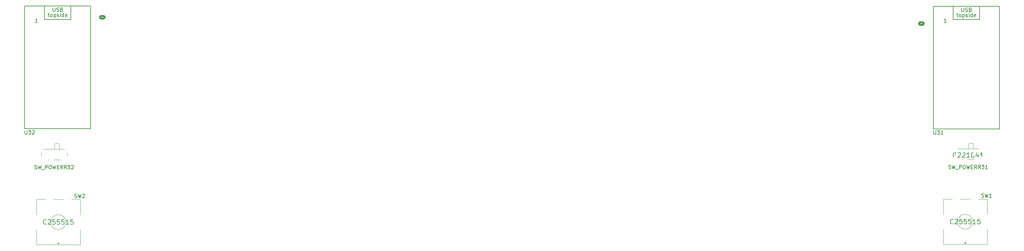
<source format=gbr>
%TF.GenerationSoftware,KiCad,Pcbnew,8.0.5*%
%TF.CreationDate,2024-10-07T12:12:51+02:00*%
%TF.ProjectId,chastity,63686173-7469-4747-992e-6b696361645f,rev?*%
%TF.SameCoordinates,Original*%
%TF.FileFunction,Legend,Top*%
%TF.FilePolarity,Positive*%
%FSLAX46Y46*%
G04 Gerber Fmt 4.6, Leading zero omitted, Abs format (unit mm)*
G04 Created by KiCad (PCBNEW 8.0.5) date 2024-10-07 12:12:51*
%MOMM*%
%LPD*%
G01*
G04 APERTURE LIST*
G04 Aperture macros list*
%AMRoundRect*
0 Rectangle with rounded corners*
0 $1 Rounding radius*
0 $2 $3 $4 $5 $6 $7 $8 $9 X,Y pos of 4 corners*
0 Add a 4 corners polygon primitive as box body*
4,1,4,$2,$3,$4,$5,$6,$7,$8,$9,$2,$3,0*
0 Add four circle primitives for the rounded corners*
1,1,$1+$1,$2,$3*
1,1,$1+$1,$4,$5*
1,1,$1+$1,$6,$7*
1,1,$1+$1,$8,$9*
0 Add four rect primitives between the rounded corners*
20,1,$1+$1,$2,$3,$4,$5,0*
20,1,$1+$1,$4,$5,$6,$7,0*
20,1,$1+$1,$6,$7,$8,$9,0*
20,1,$1+$1,$8,$9,$2,$3,0*%
G04 Aperture macros list end*
%ADD10C,0.150000*%
%ADD11C,0.120000*%
%ADD12R,1.000000X0.800000*%
%ADD13C,0.900000*%
%ADD14R,0.700000X1.500000*%
%ADD15C,1.700000*%
%ADD16C,3.400000*%
%ADD17O,1.750000X1.200000*%
%ADD18RoundRect,0.250000X0.625000X-0.350000X0.625000X0.350000X-0.625000X0.350000X-0.625000X-0.350000X0*%
%ADD19RoundRect,0.250000X-0.625000X0.350000X-0.625000X-0.350000X0.625000X-0.350000X0.625000X0.350000X0*%
%ADD20C,0.800000*%
G04 APERTURE END LIST*
D10*
X3061669Y83420799D02*
X3204526Y83373180D01*
X3204526Y83373180D02*
X3442621Y83373180D01*
X3442621Y83373180D02*
X3537859Y83420799D01*
X3537859Y83420799D02*
X3585478Y83468419D01*
X3585478Y83468419D02*
X3633097Y83563657D01*
X3633097Y83563657D02*
X3633097Y83658895D01*
X3633097Y83658895D02*
X3585478Y83754133D01*
X3585478Y83754133D02*
X3537859Y83801752D01*
X3537859Y83801752D02*
X3442621Y83849371D01*
X3442621Y83849371D02*
X3252145Y83896990D01*
X3252145Y83896990D02*
X3156907Y83944609D01*
X3156907Y83944609D02*
X3109288Y83992228D01*
X3109288Y83992228D02*
X3061669Y84087466D01*
X3061669Y84087466D02*
X3061669Y84182704D01*
X3061669Y84182704D02*
X3109288Y84277942D01*
X3109288Y84277942D02*
X3156907Y84325561D01*
X3156907Y84325561D02*
X3252145Y84373180D01*
X3252145Y84373180D02*
X3490240Y84373180D01*
X3490240Y84373180D02*
X3633097Y84325561D01*
X3966431Y84373180D02*
X4204526Y83373180D01*
X4204526Y83373180D02*
X4395002Y84087466D01*
X4395002Y84087466D02*
X4585478Y83373180D01*
X4585478Y83373180D02*
X4823574Y84373180D01*
X4966431Y83277942D02*
X5728335Y83277942D01*
X5966431Y83373180D02*
X5966431Y84373180D01*
X5966431Y84373180D02*
X6347383Y84373180D01*
X6347383Y84373180D02*
X6442621Y84325561D01*
X6442621Y84325561D02*
X6490240Y84277942D01*
X6490240Y84277942D02*
X6537859Y84182704D01*
X6537859Y84182704D02*
X6537859Y84039847D01*
X6537859Y84039847D02*
X6490240Y83944609D01*
X6490240Y83944609D02*
X6442621Y83896990D01*
X6442621Y83896990D02*
X6347383Y83849371D01*
X6347383Y83849371D02*
X5966431Y83849371D01*
X7156907Y84373180D02*
X7347383Y84373180D01*
X7347383Y84373180D02*
X7442621Y84325561D01*
X7442621Y84325561D02*
X7537859Y84230323D01*
X7537859Y84230323D02*
X7585478Y84039847D01*
X7585478Y84039847D02*
X7585478Y83706514D01*
X7585478Y83706514D02*
X7537859Y83516038D01*
X7537859Y83516038D02*
X7442621Y83420799D01*
X7442621Y83420799D02*
X7347383Y83373180D01*
X7347383Y83373180D02*
X7156907Y83373180D01*
X7156907Y83373180D02*
X7061669Y83420799D01*
X7061669Y83420799D02*
X6966431Y83516038D01*
X6966431Y83516038D02*
X6918812Y83706514D01*
X6918812Y83706514D02*
X6918812Y84039847D01*
X6918812Y84039847D02*
X6966431Y84230323D01*
X6966431Y84230323D02*
X7061669Y84325561D01*
X7061669Y84325561D02*
X7156907Y84373180D01*
X7918812Y84373180D02*
X8156907Y83373180D01*
X8156907Y83373180D02*
X8347383Y84087466D01*
X8347383Y84087466D02*
X8537859Y83373180D01*
X8537859Y83373180D02*
X8775955Y84373180D01*
X9156907Y83896990D02*
X9490240Y83896990D01*
X9633097Y83373180D02*
X9156907Y83373180D01*
X9156907Y83373180D02*
X9156907Y84373180D01*
X9156907Y84373180D02*
X9633097Y84373180D01*
X10633097Y83373180D02*
X10299764Y83849371D01*
X10061669Y83373180D02*
X10061669Y84373180D01*
X10061669Y84373180D02*
X10442621Y84373180D01*
X10442621Y84373180D02*
X10537859Y84325561D01*
X10537859Y84325561D02*
X10585478Y84277942D01*
X10585478Y84277942D02*
X10633097Y84182704D01*
X10633097Y84182704D02*
X10633097Y84039847D01*
X10633097Y84039847D02*
X10585478Y83944609D01*
X10585478Y83944609D02*
X10537859Y83896990D01*
X10537859Y83896990D02*
X10442621Y83849371D01*
X10442621Y83849371D02*
X10061669Y83849371D01*
X11633097Y83373180D02*
X11299764Y83849371D01*
X11061669Y83373180D02*
X11061669Y84373180D01*
X11061669Y84373180D02*
X11442621Y84373180D01*
X11442621Y84373180D02*
X11537859Y84325561D01*
X11537859Y84325561D02*
X11585478Y84277942D01*
X11585478Y84277942D02*
X11633097Y84182704D01*
X11633097Y84182704D02*
X11633097Y84039847D01*
X11633097Y84039847D02*
X11585478Y83944609D01*
X11585478Y83944609D02*
X11537859Y83896990D01*
X11537859Y83896990D02*
X11442621Y83849371D01*
X11442621Y83849371D02*
X11061669Y83849371D01*
X11966431Y84373180D02*
X12585478Y84373180D01*
X12585478Y84373180D02*
X12252145Y83992228D01*
X12252145Y83992228D02*
X12395002Y83992228D01*
X12395002Y83992228D02*
X12490240Y83944609D01*
X12490240Y83944609D02*
X12537859Y83896990D01*
X12537859Y83896990D02*
X12585478Y83801752D01*
X12585478Y83801752D02*
X12585478Y83563657D01*
X12585478Y83563657D02*
X12537859Y83468419D01*
X12537859Y83468419D02*
X12490240Y83420799D01*
X12490240Y83420799D02*
X12395002Y83373180D01*
X12395002Y83373180D02*
X12109288Y83373180D01*
X12109288Y83373180D02*
X12014050Y83420799D01*
X12014050Y83420799D02*
X11966431Y83468419D01*
X12966431Y84277942D02*
X13014050Y84325561D01*
X13014050Y84325561D02*
X13109288Y84373180D01*
X13109288Y84373180D02*
X13347383Y84373180D01*
X13347383Y84373180D02*
X13442621Y84325561D01*
X13442621Y84325561D02*
X13490240Y84277942D01*
X13490240Y84277942D02*
X13537859Y84182704D01*
X13537859Y84182704D02*
X13537859Y84087466D01*
X13537859Y84087466D02*
X13490240Y83944609D01*
X13490240Y83944609D02*
X12918812Y83373180D01*
X12918812Y83373180D02*
X13537859Y83373180D01*
X248898720Y83480355D02*
X249041577Y83432736D01*
X249041577Y83432736D02*
X249279672Y83432736D01*
X249279672Y83432736D02*
X249374910Y83480355D01*
X249374910Y83480355D02*
X249422529Y83527975D01*
X249422529Y83527975D02*
X249470148Y83623213D01*
X249470148Y83623213D02*
X249470148Y83718451D01*
X249470148Y83718451D02*
X249422529Y83813689D01*
X249422529Y83813689D02*
X249374910Y83861308D01*
X249374910Y83861308D02*
X249279672Y83908927D01*
X249279672Y83908927D02*
X249089196Y83956546D01*
X249089196Y83956546D02*
X248993958Y84004165D01*
X248993958Y84004165D02*
X248946339Y84051784D01*
X248946339Y84051784D02*
X248898720Y84147022D01*
X248898720Y84147022D02*
X248898720Y84242260D01*
X248898720Y84242260D02*
X248946339Y84337498D01*
X248946339Y84337498D02*
X248993958Y84385117D01*
X248993958Y84385117D02*
X249089196Y84432736D01*
X249089196Y84432736D02*
X249327291Y84432736D01*
X249327291Y84432736D02*
X249470148Y84385117D01*
X249803482Y84432736D02*
X250041577Y83432736D01*
X250041577Y83432736D02*
X250232053Y84147022D01*
X250232053Y84147022D02*
X250422529Y83432736D01*
X250422529Y83432736D02*
X250660625Y84432736D01*
X250803482Y83337498D02*
X251565386Y83337498D01*
X251803482Y83432736D02*
X251803482Y84432736D01*
X251803482Y84432736D02*
X252184434Y84432736D01*
X252184434Y84432736D02*
X252279672Y84385117D01*
X252279672Y84385117D02*
X252327291Y84337498D01*
X252327291Y84337498D02*
X252374910Y84242260D01*
X252374910Y84242260D02*
X252374910Y84099403D01*
X252374910Y84099403D02*
X252327291Y84004165D01*
X252327291Y84004165D02*
X252279672Y83956546D01*
X252279672Y83956546D02*
X252184434Y83908927D01*
X252184434Y83908927D02*
X251803482Y83908927D01*
X252993958Y84432736D02*
X253184434Y84432736D01*
X253184434Y84432736D02*
X253279672Y84385117D01*
X253279672Y84385117D02*
X253374910Y84289879D01*
X253374910Y84289879D02*
X253422529Y84099403D01*
X253422529Y84099403D02*
X253422529Y83766070D01*
X253422529Y83766070D02*
X253374910Y83575594D01*
X253374910Y83575594D02*
X253279672Y83480355D01*
X253279672Y83480355D02*
X253184434Y83432736D01*
X253184434Y83432736D02*
X252993958Y83432736D01*
X252993958Y83432736D02*
X252898720Y83480355D01*
X252898720Y83480355D02*
X252803482Y83575594D01*
X252803482Y83575594D02*
X252755863Y83766070D01*
X252755863Y83766070D02*
X252755863Y84099403D01*
X252755863Y84099403D02*
X252803482Y84289879D01*
X252803482Y84289879D02*
X252898720Y84385117D01*
X252898720Y84385117D02*
X252993958Y84432736D01*
X253755863Y84432736D02*
X253993958Y83432736D01*
X253993958Y83432736D02*
X254184434Y84147022D01*
X254184434Y84147022D02*
X254374910Y83432736D01*
X254374910Y83432736D02*
X254613006Y84432736D01*
X254993958Y83956546D02*
X255327291Y83956546D01*
X255470148Y83432736D02*
X254993958Y83432736D01*
X254993958Y83432736D02*
X254993958Y84432736D01*
X254993958Y84432736D02*
X255470148Y84432736D01*
X256470148Y83432736D02*
X256136815Y83908927D01*
X255898720Y83432736D02*
X255898720Y84432736D01*
X255898720Y84432736D02*
X256279672Y84432736D01*
X256279672Y84432736D02*
X256374910Y84385117D01*
X256374910Y84385117D02*
X256422529Y84337498D01*
X256422529Y84337498D02*
X256470148Y84242260D01*
X256470148Y84242260D02*
X256470148Y84099403D01*
X256470148Y84099403D02*
X256422529Y84004165D01*
X256422529Y84004165D02*
X256374910Y83956546D01*
X256374910Y83956546D02*
X256279672Y83908927D01*
X256279672Y83908927D02*
X255898720Y83908927D01*
X257470148Y83432736D02*
X257136815Y83908927D01*
X256898720Y83432736D02*
X256898720Y84432736D01*
X256898720Y84432736D02*
X257279672Y84432736D01*
X257279672Y84432736D02*
X257374910Y84385117D01*
X257374910Y84385117D02*
X257422529Y84337498D01*
X257422529Y84337498D02*
X257470148Y84242260D01*
X257470148Y84242260D02*
X257470148Y84099403D01*
X257470148Y84099403D02*
X257422529Y84004165D01*
X257422529Y84004165D02*
X257374910Y83956546D01*
X257374910Y83956546D02*
X257279672Y83908927D01*
X257279672Y83908927D02*
X256898720Y83908927D01*
X257803482Y84432736D02*
X258422529Y84432736D01*
X258422529Y84432736D02*
X258089196Y84051784D01*
X258089196Y84051784D02*
X258232053Y84051784D01*
X258232053Y84051784D02*
X258327291Y84004165D01*
X258327291Y84004165D02*
X258374910Y83956546D01*
X258374910Y83956546D02*
X258422529Y83861308D01*
X258422529Y83861308D02*
X258422529Y83623213D01*
X258422529Y83623213D02*
X258374910Y83527975D01*
X258374910Y83527975D02*
X258327291Y83480355D01*
X258327291Y83480355D02*
X258232053Y83432736D01*
X258232053Y83432736D02*
X257946339Y83432736D01*
X257946339Y83432736D02*
X257851101Y83480355D01*
X257851101Y83480355D02*
X257803482Y83527975D01*
X259374910Y83432736D02*
X258803482Y83432736D01*
X259089196Y83432736D02*
X259089196Y84432736D01*
X259089196Y84432736D02*
X258993958Y84289879D01*
X258993958Y84289879D02*
X258898720Y84194641D01*
X258898720Y84194641D02*
X258803482Y84147022D01*
X250901338Y86628782D02*
X250840862Y86568305D01*
X250840862Y86568305D02*
X250659433Y86507829D01*
X250659433Y86507829D02*
X250538481Y86507829D01*
X250538481Y86507829D02*
X250357052Y86568305D01*
X250357052Y86568305D02*
X250236100Y86689258D01*
X250236100Y86689258D02*
X250175623Y86810210D01*
X250175623Y86810210D02*
X250115147Y87052115D01*
X250115147Y87052115D02*
X250115147Y87233544D01*
X250115147Y87233544D02*
X250175623Y87475448D01*
X250175623Y87475448D02*
X250236100Y87596401D01*
X250236100Y87596401D02*
X250357052Y87717353D01*
X250357052Y87717353D02*
X250538481Y87777829D01*
X250538481Y87777829D02*
X250659433Y87777829D01*
X250659433Y87777829D02*
X250840862Y87717353D01*
X250840862Y87717353D02*
X250901338Y87656877D01*
X251385147Y87656877D02*
X251445623Y87717353D01*
X251445623Y87717353D02*
X251566576Y87777829D01*
X251566576Y87777829D02*
X251868957Y87777829D01*
X251868957Y87777829D02*
X251989909Y87717353D01*
X251989909Y87717353D02*
X252050385Y87656877D01*
X252050385Y87656877D02*
X252110862Y87535925D01*
X252110862Y87535925D02*
X252110862Y87414972D01*
X252110862Y87414972D02*
X252050385Y87233544D01*
X252050385Y87233544D02*
X251324671Y86507829D01*
X251324671Y86507829D02*
X252110862Y86507829D01*
X252594671Y87656877D02*
X252655147Y87717353D01*
X252655147Y87717353D02*
X252776100Y87777829D01*
X252776100Y87777829D02*
X253078481Y87777829D01*
X253078481Y87777829D02*
X253199433Y87717353D01*
X253199433Y87717353D02*
X253259909Y87656877D01*
X253259909Y87656877D02*
X253320386Y87535925D01*
X253320386Y87535925D02*
X253320386Y87414972D01*
X253320386Y87414972D02*
X253259909Y87233544D01*
X253259909Y87233544D02*
X252534195Y86507829D01*
X252534195Y86507829D02*
X253320386Y86507829D01*
X254529910Y86507829D02*
X253804195Y86507829D01*
X254167052Y86507829D02*
X254167052Y87777829D01*
X254167052Y87777829D02*
X254046100Y87596401D01*
X254046100Y87596401D02*
X253925148Y87475448D01*
X253925148Y87475448D02*
X253804195Y87414972D01*
X255255624Y87233544D02*
X255134672Y87294020D01*
X255134672Y87294020D02*
X255074195Y87354496D01*
X255074195Y87354496D02*
X255013719Y87475448D01*
X255013719Y87475448D02*
X255013719Y87535925D01*
X255013719Y87535925D02*
X255074195Y87656877D01*
X255074195Y87656877D02*
X255134672Y87717353D01*
X255134672Y87717353D02*
X255255624Y87777829D01*
X255255624Y87777829D02*
X255497529Y87777829D01*
X255497529Y87777829D02*
X255618481Y87717353D01*
X255618481Y87717353D02*
X255678957Y87656877D01*
X255678957Y87656877D02*
X255739434Y87535925D01*
X255739434Y87535925D02*
X255739434Y87475448D01*
X255739434Y87475448D02*
X255678957Y87354496D01*
X255678957Y87354496D02*
X255618481Y87294020D01*
X255618481Y87294020D02*
X255497529Y87233544D01*
X255497529Y87233544D02*
X255255624Y87233544D01*
X255255624Y87233544D02*
X255134672Y87173067D01*
X255134672Y87173067D02*
X255074195Y87112591D01*
X255074195Y87112591D02*
X255013719Y86991639D01*
X255013719Y86991639D02*
X255013719Y86749734D01*
X255013719Y86749734D02*
X255074195Y86628782D01*
X255074195Y86628782D02*
X255134672Y86568305D01*
X255134672Y86568305D02*
X255255624Y86507829D01*
X255255624Y86507829D02*
X255497529Y86507829D01*
X255497529Y86507829D02*
X255618481Y86568305D01*
X255618481Y86568305D02*
X255678957Y86628782D01*
X255678957Y86628782D02*
X255739434Y86749734D01*
X255739434Y86749734D02*
X255739434Y86991639D01*
X255739434Y86991639D02*
X255678957Y87112591D01*
X255678957Y87112591D02*
X255618481Y87173067D01*
X255618481Y87173067D02*
X255497529Y87233544D01*
X256828005Y87354496D02*
X256828005Y86507829D01*
X256525624Y87838305D02*
X256223243Y86931163D01*
X256223243Y86931163D02*
X257009434Y86931163D01*
X258158482Y86507829D02*
X257432767Y86507829D01*
X257795624Y86507829D02*
X257795624Y87777829D01*
X257795624Y87777829D02*
X257674672Y87596401D01*
X257674672Y87596401D02*
X257553720Y87475448D01*
X257553720Y87475448D02*
X257432767Y87414972D01*
X476543Y93758181D02*
X476543Y92948658D01*
X476543Y92948658D02*
X524162Y92853420D01*
X524162Y92853420D02*
X571781Y92805800D01*
X571781Y92805800D02*
X667019Y92758181D01*
X667019Y92758181D02*
X857495Y92758181D01*
X857495Y92758181D02*
X952733Y92805800D01*
X952733Y92805800D02*
X1000352Y92853420D01*
X1000352Y92853420D02*
X1047971Y92948658D01*
X1047971Y92948658D02*
X1047971Y93758181D01*
X1428924Y93758181D02*
X2047971Y93758181D01*
X2047971Y93758181D02*
X1714638Y93377229D01*
X1714638Y93377229D02*
X1857495Y93377229D01*
X1857495Y93377229D02*
X1952733Y93329610D01*
X1952733Y93329610D02*
X2000352Y93281991D01*
X2000352Y93281991D02*
X2047971Y93186753D01*
X2047971Y93186753D02*
X2047971Y92948658D01*
X2047971Y92948658D02*
X2000352Y92853420D01*
X2000352Y92853420D02*
X1952733Y92805800D01*
X1952733Y92805800D02*
X1857495Y92758181D01*
X1857495Y92758181D02*
X1571781Y92758181D01*
X1571781Y92758181D02*
X1476543Y92805800D01*
X1476543Y92805800D02*
X1428924Y92853420D01*
X2428924Y93662943D02*
X2476543Y93710562D01*
X2476543Y93710562D02*
X2571781Y93758181D01*
X2571781Y93758181D02*
X2809876Y93758181D01*
X2809876Y93758181D02*
X2905114Y93710562D01*
X2905114Y93710562D02*
X2952733Y93662943D01*
X2952733Y93662943D02*
X3000352Y93567705D01*
X3000352Y93567705D02*
X3000352Y93472467D01*
X3000352Y93472467D02*
X2952733Y93329610D01*
X2952733Y93329610D02*
X2381305Y92758181D01*
X2381305Y92758181D02*
X3000352Y92758181D01*
X6660716Y125049848D02*
X7041668Y125049848D01*
X6803573Y125383181D02*
X6803573Y124526039D01*
X6803573Y124526039D02*
X6851192Y124430800D01*
X6851192Y124430800D02*
X6946430Y124383181D01*
X6946430Y124383181D02*
X7041668Y124383181D01*
X7517859Y124383181D02*
X7422621Y124430800D01*
X7422621Y124430800D02*
X7375002Y124478420D01*
X7375002Y124478420D02*
X7327383Y124573658D01*
X7327383Y124573658D02*
X7327383Y124859372D01*
X7327383Y124859372D02*
X7375002Y124954610D01*
X7375002Y124954610D02*
X7422621Y125002229D01*
X7422621Y125002229D02*
X7517859Y125049848D01*
X7517859Y125049848D02*
X7660716Y125049848D01*
X7660716Y125049848D02*
X7755954Y125002229D01*
X7755954Y125002229D02*
X7803573Y124954610D01*
X7803573Y124954610D02*
X7851192Y124859372D01*
X7851192Y124859372D02*
X7851192Y124573658D01*
X7851192Y124573658D02*
X7803573Y124478420D01*
X7803573Y124478420D02*
X7755954Y124430800D01*
X7755954Y124430800D02*
X7660716Y124383181D01*
X7660716Y124383181D02*
X7517859Y124383181D01*
X8279764Y125049848D02*
X8279764Y124049848D01*
X8279764Y125002229D02*
X8375002Y125049848D01*
X8375002Y125049848D02*
X8565478Y125049848D01*
X8565478Y125049848D02*
X8660716Y125002229D01*
X8660716Y125002229D02*
X8708335Y124954610D01*
X8708335Y124954610D02*
X8755954Y124859372D01*
X8755954Y124859372D02*
X8755954Y124573658D01*
X8755954Y124573658D02*
X8708335Y124478420D01*
X8708335Y124478420D02*
X8660716Y124430800D01*
X8660716Y124430800D02*
X8565478Y124383181D01*
X8565478Y124383181D02*
X8375002Y124383181D01*
X8375002Y124383181D02*
X8279764Y124430800D01*
X9136907Y124430800D02*
X9232145Y124383181D01*
X9232145Y124383181D02*
X9422621Y124383181D01*
X9422621Y124383181D02*
X9517859Y124430800D01*
X9517859Y124430800D02*
X9565478Y124526039D01*
X9565478Y124526039D02*
X9565478Y124573658D01*
X9565478Y124573658D02*
X9517859Y124668896D01*
X9517859Y124668896D02*
X9422621Y124716515D01*
X9422621Y124716515D02*
X9279764Y124716515D01*
X9279764Y124716515D02*
X9184526Y124764134D01*
X9184526Y124764134D02*
X9136907Y124859372D01*
X9136907Y124859372D02*
X9136907Y124906991D01*
X9136907Y124906991D02*
X9184526Y125002229D01*
X9184526Y125002229D02*
X9279764Y125049848D01*
X9279764Y125049848D02*
X9422621Y125049848D01*
X9422621Y125049848D02*
X9517859Y125002229D01*
X9994050Y124383181D02*
X9994050Y125049848D01*
X9994050Y125383181D02*
X9946431Y125335562D01*
X9946431Y125335562D02*
X9994050Y125287943D01*
X9994050Y125287943D02*
X10041669Y125335562D01*
X10041669Y125335562D02*
X9994050Y125383181D01*
X9994050Y125383181D02*
X9994050Y125287943D01*
X10898811Y124383181D02*
X10898811Y125383181D01*
X10898811Y124430800D02*
X10803573Y124383181D01*
X10803573Y124383181D02*
X10613097Y124383181D01*
X10613097Y124383181D02*
X10517859Y124430800D01*
X10517859Y124430800D02*
X10470240Y124478420D01*
X10470240Y124478420D02*
X10422621Y124573658D01*
X10422621Y124573658D02*
X10422621Y124859372D01*
X10422621Y124859372D02*
X10470240Y124954610D01*
X10470240Y124954610D02*
X10517859Y125002229D01*
X10517859Y125002229D02*
X10613097Y125049848D01*
X10613097Y125049848D02*
X10803573Y125049848D01*
X10803573Y125049848D02*
X10898811Y125002229D01*
X11755954Y124430800D02*
X11660716Y124383181D01*
X11660716Y124383181D02*
X11470240Y124383181D01*
X11470240Y124383181D02*
X11375002Y124430800D01*
X11375002Y124430800D02*
X11327383Y124526039D01*
X11327383Y124526039D02*
X11327383Y124906991D01*
X11327383Y124906991D02*
X11375002Y125002229D01*
X11375002Y125002229D02*
X11470240Y125049848D01*
X11470240Y125049848D02*
X11660716Y125049848D01*
X11660716Y125049848D02*
X11755954Y125002229D01*
X11755954Y125002229D02*
X11803573Y124906991D01*
X11803573Y124906991D02*
X11803573Y124811753D01*
X11803573Y124811753D02*
X11327383Y124716515D01*
X8017859Y126783181D02*
X8017859Y125973658D01*
X8017859Y125973658D02*
X8065478Y125878420D01*
X8065478Y125878420D02*
X8113097Y125830800D01*
X8113097Y125830800D02*
X8208335Y125783181D01*
X8208335Y125783181D02*
X8398811Y125783181D01*
X8398811Y125783181D02*
X8494049Y125830800D01*
X8494049Y125830800D02*
X8541668Y125878420D01*
X8541668Y125878420D02*
X8589287Y125973658D01*
X8589287Y125973658D02*
X8589287Y126783181D01*
X9017859Y125830800D02*
X9160716Y125783181D01*
X9160716Y125783181D02*
X9398811Y125783181D01*
X9398811Y125783181D02*
X9494049Y125830800D01*
X9494049Y125830800D02*
X9541668Y125878420D01*
X9541668Y125878420D02*
X9589287Y125973658D01*
X9589287Y125973658D02*
X9589287Y126068896D01*
X9589287Y126068896D02*
X9541668Y126164134D01*
X9541668Y126164134D02*
X9494049Y126211753D01*
X9494049Y126211753D02*
X9398811Y126259372D01*
X9398811Y126259372D02*
X9208335Y126306991D01*
X9208335Y126306991D02*
X9113097Y126354610D01*
X9113097Y126354610D02*
X9065478Y126402229D01*
X9065478Y126402229D02*
X9017859Y126497467D01*
X9017859Y126497467D02*
X9017859Y126592705D01*
X9017859Y126592705D02*
X9065478Y126687943D01*
X9065478Y126687943D02*
X9113097Y126735562D01*
X9113097Y126735562D02*
X9208335Y126783181D01*
X9208335Y126783181D02*
X9446430Y126783181D01*
X9446430Y126783181D02*
X9589287Y126735562D01*
X10351192Y126306991D02*
X10494049Y126259372D01*
X10494049Y126259372D02*
X10541668Y126211753D01*
X10541668Y126211753D02*
X10589287Y126116515D01*
X10589287Y126116515D02*
X10589287Y125973658D01*
X10589287Y125973658D02*
X10541668Y125878420D01*
X10541668Y125878420D02*
X10494049Y125830800D01*
X10494049Y125830800D02*
X10398811Y125783181D01*
X10398811Y125783181D02*
X10017859Y125783181D01*
X10017859Y125783181D02*
X10017859Y126783181D01*
X10017859Y126783181D02*
X10351192Y126783181D01*
X10351192Y126783181D02*
X10446430Y126735562D01*
X10446430Y126735562D02*
X10494049Y126687943D01*
X10494049Y126687943D02*
X10541668Y126592705D01*
X10541668Y126592705D02*
X10541668Y126497467D01*
X10541668Y126497467D02*
X10494049Y126402229D01*
X10494049Y126402229D02*
X10446430Y126354610D01*
X10446430Y126354610D02*
X10351192Y126306991D01*
X10351192Y126306991D02*
X10017859Y126306991D01*
X3850478Y122865681D02*
X3279050Y122865681D01*
X3564764Y122865681D02*
X3564764Y123865681D01*
X3564764Y123865681D02*
X3469526Y123722824D01*
X3469526Y123722824D02*
X3374288Y123627586D01*
X3374288Y123627586D02*
X3279050Y123579967D01*
X244893594Y93707736D02*
X244893594Y92898213D01*
X244893594Y92898213D02*
X244941213Y92802975D01*
X244941213Y92802975D02*
X244988832Y92755355D01*
X244988832Y92755355D02*
X245084070Y92707736D01*
X245084070Y92707736D02*
X245274546Y92707736D01*
X245274546Y92707736D02*
X245369784Y92755355D01*
X245369784Y92755355D02*
X245417403Y92802975D01*
X245417403Y92802975D02*
X245465022Y92898213D01*
X245465022Y92898213D02*
X245465022Y93707736D01*
X245845975Y93707736D02*
X246465022Y93707736D01*
X246465022Y93707736D02*
X246131689Y93326784D01*
X246131689Y93326784D02*
X246274546Y93326784D01*
X246274546Y93326784D02*
X246369784Y93279165D01*
X246369784Y93279165D02*
X246417403Y93231546D01*
X246417403Y93231546D02*
X246465022Y93136308D01*
X246465022Y93136308D02*
X246465022Y92898213D01*
X246465022Y92898213D02*
X246417403Y92802975D01*
X246417403Y92802975D02*
X246369784Y92755355D01*
X246369784Y92755355D02*
X246274546Y92707736D01*
X246274546Y92707736D02*
X245988832Y92707736D01*
X245988832Y92707736D02*
X245893594Y92755355D01*
X245893594Y92755355D02*
X245845975Y92802975D01*
X247417403Y92707736D02*
X246845975Y92707736D01*
X247131689Y92707736D02*
X247131689Y93707736D01*
X247131689Y93707736D02*
X247036451Y93564879D01*
X247036451Y93564879D02*
X246941213Y93469641D01*
X246941213Y93469641D02*
X246845975Y93422022D01*
X251077767Y124999403D02*
X251458719Y124999403D01*
X251220624Y125332736D02*
X251220624Y124475594D01*
X251220624Y124475594D02*
X251268243Y124380355D01*
X251268243Y124380355D02*
X251363481Y124332736D01*
X251363481Y124332736D02*
X251458719Y124332736D01*
X251934910Y124332736D02*
X251839672Y124380355D01*
X251839672Y124380355D02*
X251792053Y124427975D01*
X251792053Y124427975D02*
X251744434Y124523213D01*
X251744434Y124523213D02*
X251744434Y124808927D01*
X251744434Y124808927D02*
X251792053Y124904165D01*
X251792053Y124904165D02*
X251839672Y124951784D01*
X251839672Y124951784D02*
X251934910Y124999403D01*
X251934910Y124999403D02*
X252077767Y124999403D01*
X252077767Y124999403D02*
X252173005Y124951784D01*
X252173005Y124951784D02*
X252220624Y124904165D01*
X252220624Y124904165D02*
X252268243Y124808927D01*
X252268243Y124808927D02*
X252268243Y124523213D01*
X252268243Y124523213D02*
X252220624Y124427975D01*
X252220624Y124427975D02*
X252173005Y124380355D01*
X252173005Y124380355D02*
X252077767Y124332736D01*
X252077767Y124332736D02*
X251934910Y124332736D01*
X252696815Y124999403D02*
X252696815Y123999403D01*
X252696815Y124951784D02*
X252792053Y124999403D01*
X252792053Y124999403D02*
X252982529Y124999403D01*
X252982529Y124999403D02*
X253077767Y124951784D01*
X253077767Y124951784D02*
X253125386Y124904165D01*
X253125386Y124904165D02*
X253173005Y124808927D01*
X253173005Y124808927D02*
X253173005Y124523213D01*
X253173005Y124523213D02*
X253125386Y124427975D01*
X253125386Y124427975D02*
X253077767Y124380355D01*
X253077767Y124380355D02*
X252982529Y124332736D01*
X252982529Y124332736D02*
X252792053Y124332736D01*
X252792053Y124332736D02*
X252696815Y124380355D01*
X253553958Y124380355D02*
X253649196Y124332736D01*
X253649196Y124332736D02*
X253839672Y124332736D01*
X253839672Y124332736D02*
X253934910Y124380355D01*
X253934910Y124380355D02*
X253982529Y124475594D01*
X253982529Y124475594D02*
X253982529Y124523213D01*
X253982529Y124523213D02*
X253934910Y124618451D01*
X253934910Y124618451D02*
X253839672Y124666070D01*
X253839672Y124666070D02*
X253696815Y124666070D01*
X253696815Y124666070D02*
X253601577Y124713689D01*
X253601577Y124713689D02*
X253553958Y124808927D01*
X253553958Y124808927D02*
X253553958Y124856546D01*
X253553958Y124856546D02*
X253601577Y124951784D01*
X253601577Y124951784D02*
X253696815Y124999403D01*
X253696815Y124999403D02*
X253839672Y124999403D01*
X253839672Y124999403D02*
X253934910Y124951784D01*
X254411101Y124332736D02*
X254411101Y124999403D01*
X254411101Y125332736D02*
X254363482Y125285117D01*
X254363482Y125285117D02*
X254411101Y125237498D01*
X254411101Y125237498D02*
X254458720Y125285117D01*
X254458720Y125285117D02*
X254411101Y125332736D01*
X254411101Y125332736D02*
X254411101Y125237498D01*
X255315862Y124332736D02*
X255315862Y125332736D01*
X255315862Y124380355D02*
X255220624Y124332736D01*
X255220624Y124332736D02*
X255030148Y124332736D01*
X255030148Y124332736D02*
X254934910Y124380355D01*
X254934910Y124380355D02*
X254887291Y124427975D01*
X254887291Y124427975D02*
X254839672Y124523213D01*
X254839672Y124523213D02*
X254839672Y124808927D01*
X254839672Y124808927D02*
X254887291Y124904165D01*
X254887291Y124904165D02*
X254934910Y124951784D01*
X254934910Y124951784D02*
X255030148Y124999403D01*
X255030148Y124999403D02*
X255220624Y124999403D01*
X255220624Y124999403D02*
X255315862Y124951784D01*
X256173005Y124380355D02*
X256077767Y124332736D01*
X256077767Y124332736D02*
X255887291Y124332736D01*
X255887291Y124332736D02*
X255792053Y124380355D01*
X255792053Y124380355D02*
X255744434Y124475594D01*
X255744434Y124475594D02*
X255744434Y124856546D01*
X255744434Y124856546D02*
X255792053Y124951784D01*
X255792053Y124951784D02*
X255887291Y124999403D01*
X255887291Y124999403D02*
X256077767Y124999403D01*
X256077767Y124999403D02*
X256173005Y124951784D01*
X256173005Y124951784D02*
X256220624Y124856546D01*
X256220624Y124856546D02*
X256220624Y124761308D01*
X256220624Y124761308D02*
X255744434Y124666070D01*
X248267529Y122815236D02*
X247696101Y122815236D01*
X247981815Y122815236D02*
X247981815Y123815236D01*
X247981815Y123815236D02*
X247886577Y123672379D01*
X247886577Y123672379D02*
X247791339Y123577141D01*
X247791339Y123577141D02*
X247696101Y123529522D01*
X252434910Y126732736D02*
X252434910Y125923213D01*
X252434910Y125923213D02*
X252482529Y125827975D01*
X252482529Y125827975D02*
X252530148Y125780355D01*
X252530148Y125780355D02*
X252625386Y125732736D01*
X252625386Y125732736D02*
X252815862Y125732736D01*
X252815862Y125732736D02*
X252911100Y125780355D01*
X252911100Y125780355D02*
X252958719Y125827975D01*
X252958719Y125827975D02*
X253006338Y125923213D01*
X253006338Y125923213D02*
X253006338Y126732736D01*
X253434910Y125780355D02*
X253577767Y125732736D01*
X253577767Y125732736D02*
X253815862Y125732736D01*
X253815862Y125732736D02*
X253911100Y125780355D01*
X253911100Y125780355D02*
X253958719Y125827975D01*
X253958719Y125827975D02*
X254006338Y125923213D01*
X254006338Y125923213D02*
X254006338Y126018451D01*
X254006338Y126018451D02*
X253958719Y126113689D01*
X253958719Y126113689D02*
X253911100Y126161308D01*
X253911100Y126161308D02*
X253815862Y126208927D01*
X253815862Y126208927D02*
X253625386Y126256546D01*
X253625386Y126256546D02*
X253530148Y126304165D01*
X253530148Y126304165D02*
X253482529Y126351784D01*
X253482529Y126351784D02*
X253434910Y126447022D01*
X253434910Y126447022D02*
X253434910Y126542260D01*
X253434910Y126542260D02*
X253482529Y126637498D01*
X253482529Y126637498D02*
X253530148Y126685117D01*
X253530148Y126685117D02*
X253625386Y126732736D01*
X253625386Y126732736D02*
X253863481Y126732736D01*
X253863481Y126732736D02*
X254006338Y126685117D01*
X254768243Y126256546D02*
X254911100Y126208927D01*
X254911100Y126208927D02*
X254958719Y126161308D01*
X254958719Y126161308D02*
X255006338Y126066070D01*
X255006338Y126066070D02*
X255006338Y125923213D01*
X255006338Y125923213D02*
X254958719Y125827975D01*
X254958719Y125827975D02*
X254911100Y125780355D01*
X254911100Y125780355D02*
X254815862Y125732736D01*
X254815862Y125732736D02*
X254434910Y125732736D01*
X254434910Y125732736D02*
X254434910Y126732736D01*
X254434910Y126732736D02*
X254768243Y126732736D01*
X254768243Y126732736D02*
X254863481Y126685117D01*
X254863481Y126685117D02*
X254911100Y126637498D01*
X254911100Y126637498D02*
X254958719Y126542260D01*
X254958719Y126542260D02*
X254958719Y126447022D01*
X254958719Y126447022D02*
X254911100Y126351784D01*
X254911100Y126351784D02*
X254863481Y126304165D01*
X254863481Y126304165D02*
X254768243Y126256546D01*
X254768243Y126256546D02*
X254434910Y126256546D01*
X13856431Y75675800D02*
X13999288Y75628181D01*
X13999288Y75628181D02*
X14237383Y75628181D01*
X14237383Y75628181D02*
X14332621Y75675800D01*
X14332621Y75675800D02*
X14380240Y75723420D01*
X14380240Y75723420D02*
X14427859Y75818658D01*
X14427859Y75818658D02*
X14427859Y75913896D01*
X14427859Y75913896D02*
X14380240Y76009134D01*
X14380240Y76009134D02*
X14332621Y76056753D01*
X14332621Y76056753D02*
X14237383Y76104372D01*
X14237383Y76104372D02*
X14046907Y76151991D01*
X14046907Y76151991D02*
X13951669Y76199610D01*
X13951669Y76199610D02*
X13904050Y76247229D01*
X13904050Y76247229D02*
X13856431Y76342467D01*
X13856431Y76342467D02*
X13856431Y76437705D01*
X13856431Y76437705D02*
X13904050Y76532943D01*
X13904050Y76532943D02*
X13951669Y76580562D01*
X13951669Y76580562D02*
X14046907Y76628181D01*
X14046907Y76628181D02*
X14285002Y76628181D01*
X14285002Y76628181D02*
X14427859Y76580562D01*
X14761193Y76628181D02*
X14999288Y75628181D01*
X14999288Y75628181D02*
X15189764Y76342467D01*
X15189764Y76342467D02*
X15380240Y75628181D01*
X15380240Y75628181D02*
X15618336Y76628181D01*
X15951669Y76532943D02*
X15999288Y76580562D01*
X15999288Y76580562D02*
X16094526Y76628181D01*
X16094526Y76628181D02*
X16332621Y76628181D01*
X16332621Y76628181D02*
X16427859Y76580562D01*
X16427859Y76580562D02*
X16475478Y76532943D01*
X16475478Y76532943D02*
X16523097Y76437705D01*
X16523097Y76437705D02*
X16523097Y76342467D01*
X16523097Y76342467D02*
X16475478Y76199610D01*
X16475478Y76199610D02*
X15904050Y75628181D01*
X15904050Y75628181D02*
X16523097Y75628181D01*
X6204287Y68624227D02*
X6143811Y68563750D01*
X6143811Y68563750D02*
X5962382Y68503274D01*
X5962382Y68503274D02*
X5841430Y68503274D01*
X5841430Y68503274D02*
X5660001Y68563750D01*
X5660001Y68563750D02*
X5539049Y68684703D01*
X5539049Y68684703D02*
X5478572Y68805655D01*
X5478572Y68805655D02*
X5418096Y69047560D01*
X5418096Y69047560D02*
X5418096Y69228989D01*
X5418096Y69228989D02*
X5478572Y69470893D01*
X5478572Y69470893D02*
X5539049Y69591846D01*
X5539049Y69591846D02*
X5660001Y69712798D01*
X5660001Y69712798D02*
X5841430Y69773274D01*
X5841430Y69773274D02*
X5962382Y69773274D01*
X5962382Y69773274D02*
X6143811Y69712798D01*
X6143811Y69712798D02*
X6204287Y69652322D01*
X6688096Y69652322D02*
X6748572Y69712798D01*
X6748572Y69712798D02*
X6869525Y69773274D01*
X6869525Y69773274D02*
X7171906Y69773274D01*
X7171906Y69773274D02*
X7292858Y69712798D01*
X7292858Y69712798D02*
X7353334Y69652322D01*
X7353334Y69652322D02*
X7413811Y69531370D01*
X7413811Y69531370D02*
X7413811Y69410417D01*
X7413811Y69410417D02*
X7353334Y69228989D01*
X7353334Y69228989D02*
X6627620Y68503274D01*
X6627620Y68503274D02*
X7413811Y68503274D01*
X8562858Y69773274D02*
X7958096Y69773274D01*
X7958096Y69773274D02*
X7897620Y69168512D01*
X7897620Y69168512D02*
X7958096Y69228989D01*
X7958096Y69228989D02*
X8079049Y69289465D01*
X8079049Y69289465D02*
X8381430Y69289465D01*
X8381430Y69289465D02*
X8502382Y69228989D01*
X8502382Y69228989D02*
X8562858Y69168512D01*
X8562858Y69168512D02*
X8623335Y69047560D01*
X8623335Y69047560D02*
X8623335Y68745179D01*
X8623335Y68745179D02*
X8562858Y68624227D01*
X8562858Y68624227D02*
X8502382Y68563750D01*
X8502382Y68563750D02*
X8381430Y68503274D01*
X8381430Y68503274D02*
X8079049Y68503274D01*
X8079049Y68503274D02*
X7958096Y68563750D01*
X7958096Y68563750D02*
X7897620Y68624227D01*
X9772382Y69773274D02*
X9167620Y69773274D01*
X9167620Y69773274D02*
X9107144Y69168512D01*
X9107144Y69168512D02*
X9167620Y69228989D01*
X9167620Y69228989D02*
X9288573Y69289465D01*
X9288573Y69289465D02*
X9590954Y69289465D01*
X9590954Y69289465D02*
X9711906Y69228989D01*
X9711906Y69228989D02*
X9772382Y69168512D01*
X9772382Y69168512D02*
X9832859Y69047560D01*
X9832859Y69047560D02*
X9832859Y68745179D01*
X9832859Y68745179D02*
X9772382Y68624227D01*
X9772382Y68624227D02*
X9711906Y68563750D01*
X9711906Y68563750D02*
X9590954Y68503274D01*
X9590954Y68503274D02*
X9288573Y68503274D01*
X9288573Y68503274D02*
X9167620Y68563750D01*
X9167620Y68563750D02*
X9107144Y68624227D01*
X10981906Y69773274D02*
X10377144Y69773274D01*
X10377144Y69773274D02*
X10316668Y69168512D01*
X10316668Y69168512D02*
X10377144Y69228989D01*
X10377144Y69228989D02*
X10498097Y69289465D01*
X10498097Y69289465D02*
X10800478Y69289465D01*
X10800478Y69289465D02*
X10921430Y69228989D01*
X10921430Y69228989D02*
X10981906Y69168512D01*
X10981906Y69168512D02*
X11042383Y69047560D01*
X11042383Y69047560D02*
X11042383Y68745179D01*
X11042383Y68745179D02*
X10981906Y68624227D01*
X10981906Y68624227D02*
X10921430Y68563750D01*
X10921430Y68563750D02*
X10800478Y68503274D01*
X10800478Y68503274D02*
X10498097Y68503274D01*
X10498097Y68503274D02*
X10377144Y68563750D01*
X10377144Y68563750D02*
X10316668Y68624227D01*
X12251907Y68503274D02*
X11526192Y68503274D01*
X11889049Y68503274D02*
X11889049Y69773274D01*
X11889049Y69773274D02*
X11768097Y69591846D01*
X11768097Y69591846D02*
X11647145Y69470893D01*
X11647145Y69470893D02*
X11526192Y69410417D01*
X13400954Y69773274D02*
X12796192Y69773274D01*
X12796192Y69773274D02*
X12735716Y69168512D01*
X12735716Y69168512D02*
X12796192Y69228989D01*
X12796192Y69228989D02*
X12917145Y69289465D01*
X12917145Y69289465D02*
X13219526Y69289465D01*
X13219526Y69289465D02*
X13340478Y69228989D01*
X13340478Y69228989D02*
X13400954Y69168512D01*
X13400954Y69168512D02*
X13461431Y69047560D01*
X13461431Y69047560D02*
X13461431Y68745179D01*
X13461431Y68745179D02*
X13400954Y68624227D01*
X13400954Y68624227D02*
X13340478Y68563750D01*
X13340478Y68563750D02*
X13219526Y68503274D01*
X13219526Y68503274D02*
X12917145Y68503274D01*
X12917145Y68503274D02*
X12796192Y68563750D01*
X12796192Y68563750D02*
X12735716Y68624227D01*
X257783482Y75785355D02*
X257926339Y75737736D01*
X257926339Y75737736D02*
X258164434Y75737736D01*
X258164434Y75737736D02*
X258259672Y75785355D01*
X258259672Y75785355D02*
X258307291Y75832975D01*
X258307291Y75832975D02*
X258354910Y75928213D01*
X258354910Y75928213D02*
X258354910Y76023451D01*
X258354910Y76023451D02*
X258307291Y76118689D01*
X258307291Y76118689D02*
X258259672Y76166308D01*
X258259672Y76166308D02*
X258164434Y76213927D01*
X258164434Y76213927D02*
X257973958Y76261546D01*
X257973958Y76261546D02*
X257878720Y76309165D01*
X257878720Y76309165D02*
X257831101Y76356784D01*
X257831101Y76356784D02*
X257783482Y76452022D01*
X257783482Y76452022D02*
X257783482Y76547260D01*
X257783482Y76547260D02*
X257831101Y76642498D01*
X257831101Y76642498D02*
X257878720Y76690117D01*
X257878720Y76690117D02*
X257973958Y76737736D01*
X257973958Y76737736D02*
X258212053Y76737736D01*
X258212053Y76737736D02*
X258354910Y76690117D01*
X258688244Y76737736D02*
X258926339Y75737736D01*
X258926339Y75737736D02*
X259116815Y76452022D01*
X259116815Y76452022D02*
X259307291Y75737736D01*
X259307291Y75737736D02*
X259545387Y76737736D01*
X260450148Y75737736D02*
X259878720Y75737736D01*
X260164434Y75737736D02*
X260164434Y76737736D01*
X260164434Y76737736D02*
X260069196Y76594879D01*
X260069196Y76594879D02*
X259973958Y76499641D01*
X259973958Y76499641D02*
X259878720Y76452022D01*
X250131338Y68733782D02*
X250070862Y68673305D01*
X250070862Y68673305D02*
X249889433Y68612829D01*
X249889433Y68612829D02*
X249768481Y68612829D01*
X249768481Y68612829D02*
X249587052Y68673305D01*
X249587052Y68673305D02*
X249466100Y68794258D01*
X249466100Y68794258D02*
X249405623Y68915210D01*
X249405623Y68915210D02*
X249345147Y69157115D01*
X249345147Y69157115D02*
X249345147Y69338544D01*
X249345147Y69338544D02*
X249405623Y69580448D01*
X249405623Y69580448D02*
X249466100Y69701401D01*
X249466100Y69701401D02*
X249587052Y69822353D01*
X249587052Y69822353D02*
X249768481Y69882829D01*
X249768481Y69882829D02*
X249889433Y69882829D01*
X249889433Y69882829D02*
X250070862Y69822353D01*
X250070862Y69822353D02*
X250131338Y69761877D01*
X250615147Y69761877D02*
X250675623Y69822353D01*
X250675623Y69822353D02*
X250796576Y69882829D01*
X250796576Y69882829D02*
X251098957Y69882829D01*
X251098957Y69882829D02*
X251219909Y69822353D01*
X251219909Y69822353D02*
X251280385Y69761877D01*
X251280385Y69761877D02*
X251340862Y69640925D01*
X251340862Y69640925D02*
X251340862Y69519972D01*
X251340862Y69519972D02*
X251280385Y69338544D01*
X251280385Y69338544D02*
X250554671Y68612829D01*
X250554671Y68612829D02*
X251340862Y68612829D01*
X252489909Y69882829D02*
X251885147Y69882829D01*
X251885147Y69882829D02*
X251824671Y69278067D01*
X251824671Y69278067D02*
X251885147Y69338544D01*
X251885147Y69338544D02*
X252006100Y69399020D01*
X252006100Y69399020D02*
X252308481Y69399020D01*
X252308481Y69399020D02*
X252429433Y69338544D01*
X252429433Y69338544D02*
X252489909Y69278067D01*
X252489909Y69278067D02*
X252550386Y69157115D01*
X252550386Y69157115D02*
X252550386Y68854734D01*
X252550386Y68854734D02*
X252489909Y68733782D01*
X252489909Y68733782D02*
X252429433Y68673305D01*
X252429433Y68673305D02*
X252308481Y68612829D01*
X252308481Y68612829D02*
X252006100Y68612829D01*
X252006100Y68612829D02*
X251885147Y68673305D01*
X251885147Y68673305D02*
X251824671Y68733782D01*
X253699433Y69882829D02*
X253094671Y69882829D01*
X253094671Y69882829D02*
X253034195Y69278067D01*
X253034195Y69278067D02*
X253094671Y69338544D01*
X253094671Y69338544D02*
X253215624Y69399020D01*
X253215624Y69399020D02*
X253518005Y69399020D01*
X253518005Y69399020D02*
X253638957Y69338544D01*
X253638957Y69338544D02*
X253699433Y69278067D01*
X253699433Y69278067D02*
X253759910Y69157115D01*
X253759910Y69157115D02*
X253759910Y68854734D01*
X253759910Y68854734D02*
X253699433Y68733782D01*
X253699433Y68733782D02*
X253638957Y68673305D01*
X253638957Y68673305D02*
X253518005Y68612829D01*
X253518005Y68612829D02*
X253215624Y68612829D01*
X253215624Y68612829D02*
X253094671Y68673305D01*
X253094671Y68673305D02*
X253034195Y68733782D01*
X254908957Y69882829D02*
X254304195Y69882829D01*
X254304195Y69882829D02*
X254243719Y69278067D01*
X254243719Y69278067D02*
X254304195Y69338544D01*
X254304195Y69338544D02*
X254425148Y69399020D01*
X254425148Y69399020D02*
X254727529Y69399020D01*
X254727529Y69399020D02*
X254848481Y69338544D01*
X254848481Y69338544D02*
X254908957Y69278067D01*
X254908957Y69278067D02*
X254969434Y69157115D01*
X254969434Y69157115D02*
X254969434Y68854734D01*
X254969434Y68854734D02*
X254908957Y68733782D01*
X254908957Y68733782D02*
X254848481Y68673305D01*
X254848481Y68673305D02*
X254727529Y68612829D01*
X254727529Y68612829D02*
X254425148Y68612829D01*
X254425148Y68612829D02*
X254304195Y68673305D01*
X254304195Y68673305D02*
X254243719Y68733782D01*
X256178958Y68612829D02*
X255453243Y68612829D01*
X255816100Y68612829D02*
X255816100Y69882829D01*
X255816100Y69882829D02*
X255695148Y69701401D01*
X255695148Y69701401D02*
X255574196Y69580448D01*
X255574196Y69580448D02*
X255453243Y69519972D01*
X257328005Y69882829D02*
X256723243Y69882829D01*
X256723243Y69882829D02*
X256662767Y69278067D01*
X256662767Y69278067D02*
X256723243Y69338544D01*
X256723243Y69338544D02*
X256844196Y69399020D01*
X256844196Y69399020D02*
X257146577Y69399020D01*
X257146577Y69399020D02*
X257267529Y69338544D01*
X257267529Y69338544D02*
X257328005Y69278067D01*
X257328005Y69278067D02*
X257388482Y69157115D01*
X257388482Y69157115D02*
X257388482Y68854734D01*
X257388482Y68854734D02*
X257328005Y68733782D01*
X257328005Y68733782D02*
X257267529Y68673305D01*
X257267529Y68673305D02*
X257146577Y68612829D01*
X257146577Y68612829D02*
X256844196Y68612829D01*
X256844196Y68612829D02*
X256723243Y68673305D01*
X256723243Y68673305D02*
X256662767Y68733782D01*
D11*
%TO.C,SW_POWERR32*%
X4849765Y87747999D02*
X4849764Y86957999D01*
X6899764Y85907999D02*
X6699764Y85907999D01*
X8399763Y90047999D02*
X8399764Y88758000D01*
X8399763Y90047999D02*
X8599765Y90258000D01*
X9499765Y90257999D02*
X8599765Y90258000D01*
X9699764Y90047999D02*
X9499765Y90257999D01*
X9699764Y88757999D02*
X9699764Y90047999D01*
X9899764Y85907999D02*
X8199764Y85907999D01*
X11149764Y88757999D02*
X5449764Y88757999D01*
X11749764Y86957999D02*
X11749765Y87747999D01*
%TO.C,SW_POWERR31*%
X257586815Y87017555D02*
X257586815Y87807555D01*
X256986815Y88817555D02*
X251286815Y88817555D01*
X255736815Y85967555D02*
X254036815Y85967555D01*
X255536815Y88817555D02*
X255536815Y90107555D01*
X255536815Y90107555D02*
X255336815Y90317555D01*
X255336815Y90317555D02*
X254436815Y90317555D01*
X254236815Y90107555D02*
X254436815Y90317555D01*
X254236815Y90107555D02*
X254236815Y88817555D01*
X252736815Y85967555D02*
X252536815Y85967555D01*
X250686815Y87807555D02*
X250686815Y87017555D01*
D10*
%TO.C,U32*%
X5729764Y123653000D02*
X5729764Y127233000D01*
X12829764Y123653000D02*
X5729764Y123653000D01*
X12829764Y123653000D02*
X12829764Y127233000D01*
X389764Y127233000D02*
X18169764Y127233000D01*
X18169764Y94213000D01*
X389764Y94213000D01*
X389764Y127233000D01*
%TO.C,U31*%
X244806815Y127182555D02*
X262586815Y127182555D01*
X262586815Y94162555D01*
X244806815Y94162555D01*
X244806815Y127182555D01*
X257246815Y123602555D02*
X257246815Y127182555D01*
X257246815Y123602555D02*
X250146815Y123602555D01*
X250146815Y123602555D02*
X250146815Y127182555D01*
D11*
%TO.C,SW2*%
X3539764Y75183000D02*
X5939764Y75183000D01*
X3539764Y71083000D02*
X3539764Y75183000D01*
X3539764Y67083000D02*
X3539764Y62983000D01*
X3539764Y62983000D02*
X15339764Y62983000D01*
X8139764Y75183000D02*
X10739764Y75183000D01*
X12939764Y75183000D02*
X15339764Y75183000D01*
X15339764Y75183000D02*
X15339764Y71083000D01*
X15339764Y67083000D02*
X15339764Y62983000D01*
X11439764Y69083000D02*
G75*
G02*
X7439764Y69083000I-2000000J0D01*
G01*
X7439764Y69083000D02*
G75*
G02*
X11439764Y69083000I2000000J0D01*
G01*
X9439764Y63184892D02*
X9199764Y63514892D01*
X9679764Y63514892D01*
X9439764Y63184892D01*
G36*
X9439764Y63184892D02*
G01*
X9199764Y63514892D01*
X9679764Y63514892D01*
X9439764Y63184892D01*
G37*
%TO.C,SW1*%
X253366815Y63294447D02*
X253126815Y63624447D01*
X253606815Y63624447D01*
X253366815Y63294447D01*
G36*
X253366815Y63294447D02*
G01*
X253126815Y63624447D01*
X253606815Y63624447D01*
X253366815Y63294447D01*
G37*
X255366815Y69192555D02*
G75*
G02*
X251366815Y69192555I-2000000J0D01*
G01*
X251366815Y69192555D02*
G75*
G02*
X255366815Y69192555I2000000J0D01*
G01*
X259266815Y67192555D02*
X259266815Y63092555D01*
X259266815Y75292555D02*
X259266815Y71192555D01*
X256866815Y75292555D02*
X259266815Y75292555D01*
X252066815Y75292555D02*
X254666815Y75292555D01*
X247466815Y63092555D02*
X259266815Y63092555D01*
X247466815Y67192555D02*
X247466815Y63092555D01*
X247466815Y71192555D02*
X247466815Y75292555D01*
X247466815Y75292555D02*
X249866815Y75292555D01*
%TD*%
%LPC*%
D12*
%TO.C,SW_POWERR32*%
X11949764Y86247998D03*
X11949764Y88457999D03*
D13*
X9799764Y87357999D03*
X6799764Y87357999D03*
D12*
X4649764Y86248000D03*
X4649764Y88457999D03*
D14*
X10549765Y85597999D03*
X7549764Y85597999D03*
X6049765Y85597999D03*
%TD*%
%TO.C,SW_POWERR31*%
X251886815Y85657555D03*
X253386815Y85657555D03*
X256386815Y85657555D03*
D12*
X250486815Y88517555D03*
X250486815Y86307555D03*
D13*
X252636815Y87417555D03*
X255636815Y87417555D03*
D12*
X257786815Y88517555D03*
X257786815Y86307555D03*
%TD*%
D15*
%TO.C,MX35*%
X109134764Y116243000D03*
D16*
X103634764Y116243000D03*
D15*
X98134764Y116243000D03*
%TD*%
%TO.C,MX19*%
X135626815Y65252555D03*
D16*
X141126815Y65252555D03*
D15*
X146626815Y65252555D03*
%TD*%
%TO.C,MX58*%
X82374322Y50561205D03*
D16*
X76887720Y50944866D03*
D15*
X71401118Y51328527D03*
%TD*%
%TO.C,MX4*%
X189626815Y123552555D03*
D16*
X195126815Y123552555D03*
D15*
X200626815Y123552555D03*
%TD*%
%TO.C,MX40*%
X91139764Y104043000D03*
D16*
X85639764Y104043000D03*
D15*
X80139764Y104043000D03*
%TD*%
%TO.C,MX11*%
X207626815Y104052555D03*
D16*
X213126815Y104052555D03*
D15*
X218626815Y104052555D03*
%TD*%
%TO.C,MX10*%
X189626815Y106552555D03*
D16*
X195126815Y106552555D03*
D15*
X200626815Y106552555D03*
%TD*%
%TO.C,MX15*%
X171626815Y87052555D03*
D16*
X177126815Y87052555D03*
D15*
X182626815Y87052555D03*
%TD*%
%TO.C,MX60*%
X124889764Y48233000D03*
D16*
X119389764Y48233000D03*
D15*
X113889764Y48233000D03*
%TD*%
%TO.C,MX54*%
X127134764Y65243000D03*
D16*
X121634764Y65243000D03*
D15*
X116134764Y65243000D03*
%TD*%
%TO.C,MX33*%
X73152114Y123504250D03*
D16*
X67652114Y123504250D03*
D15*
X62152114Y123504250D03*
%TD*%
%TO.C,MX14*%
X153626815Y82252555D03*
D16*
X159126815Y82252555D03*
D15*
X164626815Y82252555D03*
%TD*%
%TO.C,MX41*%
X109134764Y99243000D03*
D16*
X103634764Y99243000D03*
D15*
X98134764Y99243000D03*
%TD*%
%TO.C,MX9*%
X171626815Y104052555D03*
D16*
X177126815Y104052555D03*
D15*
X182626815Y104052555D03*
%TD*%
%TO.C,MX32*%
X55152114Y121054250D03*
D16*
X49652114Y121054250D03*
D15*
X44152114Y121054250D03*
%TD*%
%TO.C,MX16*%
X189626815Y89552555D03*
D16*
X195126815Y89552555D03*
D15*
X200626815Y89552555D03*
%TD*%
%TO.C,MX31*%
X37152114Y118704250D03*
D16*
X31652114Y118704250D03*
D15*
X26152114Y118704250D03*
%TD*%
%TO.C,MX26*%
X160652937Y45640545D03*
D16*
X165939876Y47156550D03*
D15*
X171226815Y48672555D03*
%TD*%
%TO.C,MX2*%
X153626815Y116252555D03*
D16*
X159126815Y116252555D03*
D15*
X164626815Y116252555D03*
%TD*%
%TO.C,MX21*%
X171626815Y70052555D03*
D16*
X177126815Y70052555D03*
D15*
X182626815Y70052555D03*
%TD*%
%TO.C,MX3*%
X171626815Y121052555D03*
D16*
X177126815Y121052555D03*
D15*
X182626815Y121052555D03*
%TD*%
%TO.C,MX56*%
X42699764Y49083000D03*
D16*
X37340729Y47845769D03*
D15*
X31981694Y46608538D03*
%TD*%
%TO.C,MX13*%
X135626815Y82252555D03*
D16*
X141126815Y82252555D03*
D15*
X146626815Y82252555D03*
%TD*%
%TO.C,MX12*%
X225626815Y101752555D03*
D16*
X231126815Y101752555D03*
D15*
X236626815Y101752555D03*
%TD*%
%TO.C,MX1*%
X135626815Y116252555D03*
D16*
X141126815Y116252555D03*
D15*
X146626815Y116252555D03*
%TD*%
%TO.C,MX44*%
X55152114Y87054250D03*
D16*
X49652114Y87054250D03*
D15*
X44152114Y87054250D03*
%TD*%
%TO.C,MX18*%
X225626815Y84752555D03*
D16*
X231126815Y84752555D03*
D15*
X236626815Y84752555D03*
%TD*%
%TO.C,MX20*%
X153626815Y65252555D03*
D16*
X159126815Y65252555D03*
D15*
X164626815Y65252555D03*
%TD*%
%TO.C,MX53*%
X109134764Y65243000D03*
D16*
X103634764Y65243000D03*
D15*
X98134764Y65243000D03*
%TD*%
%TO.C,MX47*%
X109134764Y82243000D03*
D16*
X103634764Y82243000D03*
D15*
X98134764Y82243000D03*
%TD*%
%TO.C,MX59*%
X102116703Y45636995D03*
D16*
X96829764Y47153000D03*
D15*
X91542825Y48669005D03*
%TD*%
%TO.C,MX34*%
X91139764Y121043000D03*
D16*
X85639764Y121043000D03*
D15*
X80139764Y121043000D03*
%TD*%
%TO.C,MX36*%
X127134764Y116243000D03*
D16*
X121634764Y116243000D03*
D15*
X116134764Y116243000D03*
%TD*%
%TO.C,MX25*%
X137880058Y48238079D03*
D16*
X143380058Y48238079D03*
D15*
X148880058Y48238079D03*
%TD*%
%TO.C,MX8*%
X153626815Y99252555D03*
D16*
X159126815Y99252555D03*
D15*
X164626815Y99252555D03*
%TD*%
%TO.C,MX29*%
X220083197Y49098919D03*
D16*
X225442232Y47861688D03*
D15*
X230801267Y46624457D03*
%TD*%
%TO.C,MX42*%
X127134764Y99243000D03*
D16*
X121634764Y99243000D03*
D15*
X116134764Y99243000D03*
%TD*%
%TO.C,MX27*%
X180383611Y50555233D03*
D16*
X185870213Y50938894D03*
D15*
X191356815Y51322555D03*
%TD*%
%TO.C,MX7*%
X135626815Y99252555D03*
D16*
X141126815Y99252555D03*
D15*
X146626815Y99252555D03*
%TD*%
%TO.C,MX45*%
X73152114Y89504250D03*
D16*
X67652114Y89504250D03*
D15*
X62152114Y89504250D03*
%TD*%
%TO.C,MX23*%
X207626815Y70052555D03*
D16*
X213126815Y70052555D03*
D15*
X218626815Y70052555D03*
%TD*%
%TO.C,MX37*%
X37152114Y101704250D03*
D16*
X31652114Y101704250D03*
D15*
X26152114Y101704250D03*
%TD*%
%TO.C,MX49*%
X37152114Y67704250D03*
D16*
X31652114Y67704250D03*
D15*
X26152114Y67704250D03*
%TD*%
%TO.C,MX28*%
X200293611Y51289877D03*
D16*
X205780213Y50906216D03*
D15*
X211266815Y50522555D03*
%TD*%
%TO.C,MX22*%
X189626815Y72552555D03*
D16*
X195126815Y72552555D03*
D15*
X200626815Y72552555D03*
%TD*%
D17*
%TO.C,J31*%
X241536815Y124512555D03*
D18*
X241536815Y122512555D03*
%TD*%
D15*
%TO.C,MX43*%
X37152114Y84704250D03*
D16*
X31652114Y84704250D03*
D15*
X26152114Y84704250D03*
%TD*%
%TO.C,MX38*%
X55152114Y104054250D03*
D16*
X49652114Y104054250D03*
D15*
X44152114Y104054250D03*
%TD*%
%TO.C,MX48*%
X127134764Y82243000D03*
D16*
X121634764Y82243000D03*
D15*
X116134764Y82243000D03*
%TD*%
%TO.C,MX17*%
X207626815Y87052555D03*
D16*
X213126815Y87052555D03*
D15*
X218626815Y87052555D03*
%TD*%
%TO.C,MX39*%
X73152114Y106504250D03*
D16*
X67652114Y106504250D03*
D15*
X62152114Y106504250D03*
%TD*%
%TO.C,MX52*%
X91139764Y70043000D03*
D16*
X85639764Y70043000D03*
D15*
X80139764Y70043000D03*
%TD*%
%TO.C,MX30*%
X253373763Y48223091D03*
D16*
X250876815Y43322555D03*
D15*
X248379867Y38422019D03*
%TD*%
%TO.C,MX6*%
X225626815Y118752555D03*
D16*
X231126815Y118752555D03*
D15*
X236626815Y118752555D03*
%TD*%
%TO.C,MX5*%
X207626815Y121052555D03*
D16*
X213126815Y121052555D03*
D15*
X218626815Y121052555D03*
%TD*%
%TO.C,MX50*%
X55152114Y70054250D03*
D16*
X49652114Y70054250D03*
D15*
X44152114Y70054250D03*
%TD*%
%TO.C,MX24*%
X225626815Y67752555D03*
D16*
X231126815Y67752555D03*
D15*
X236626815Y67752555D03*
%TD*%
%TO.C,MX46*%
X91139764Y87043000D03*
D16*
X85639764Y87043000D03*
D15*
X80139764Y87043000D03*
%TD*%
%TO.C,MX51*%
X73152114Y72504250D03*
D16*
X67652114Y72504250D03*
D15*
X62152114Y72504250D03*
%TD*%
%TO.C,MX55*%
X14391660Y38364157D03*
D16*
X11894712Y43264693D03*
D15*
X9397764Y48165229D03*
%TD*%
D19*
%TO.C,J32*%
X21239764Y124223000D03*
D17*
X21239764Y122223000D03*
%TD*%
D15*
%TO.C,MX57*%
X62444220Y51325808D03*
D16*
X56957618Y50942147D03*
D15*
X51471016Y50558486D03*
%TD*%
D20*
X137776815Y88112555D03*
X155776815Y87797555D03*
X173776815Y92377555D03*
X191776815Y94547555D03*
X209776815Y91517555D03*
X227776815Y88887555D03*
X118284764Y88493000D03*
X100284764Y88198000D03*
X46302114Y91728000D03*
X82289764Y92568000D03*
X64302114Y95188000D03*
X28302114Y88823000D03*
%LPD*%
M02*

</source>
